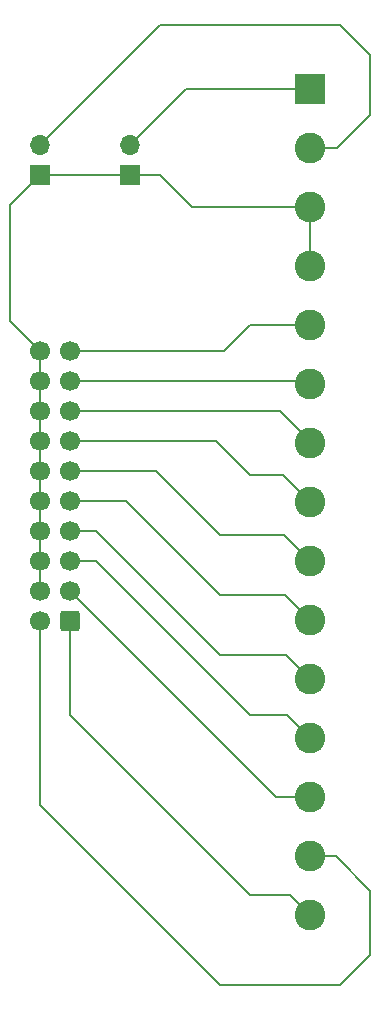
<source format=gbr>
%TF.GenerationSoftware,KiCad,Pcbnew,7.0.2*%
%TF.CreationDate,2023-04-24T21:00:06-04:00*%
%TF.ProjectId,JTAG_Terminal_Block,4a544147-5f54-4657-926d-696e616c5f42,rev?*%
%TF.SameCoordinates,Original*%
%TF.FileFunction,Copper,L1,Top*%
%TF.FilePolarity,Positive*%
%FSLAX46Y46*%
G04 Gerber Fmt 4.6, Leading zero omitted, Abs format (unit mm)*
G04 Created by KiCad (PCBNEW 7.0.2) date 2023-04-24 21:00:06*
%MOMM*%
%LPD*%
G01*
G04 APERTURE LIST*
G04 Aperture macros list*
%AMRoundRect*
0 Rectangle with rounded corners*
0 $1 Rounding radius*
0 $2 $3 $4 $5 $6 $7 $8 $9 X,Y pos of 4 corners*
0 Add a 4 corners polygon primitive as box body*
4,1,4,$2,$3,$4,$5,$6,$7,$8,$9,$2,$3,0*
0 Add four circle primitives for the rounded corners*
1,1,$1+$1,$2,$3*
1,1,$1+$1,$4,$5*
1,1,$1+$1,$6,$7*
1,1,$1+$1,$8,$9*
0 Add four rect primitives between the rounded corners*
20,1,$1+$1,$2,$3,$4,$5,0*
20,1,$1+$1,$4,$5,$6,$7,0*
20,1,$1+$1,$6,$7,$8,$9,0*
20,1,$1+$1,$8,$9,$2,$3,0*%
G04 Aperture macros list end*
%TA.AperFunction,ComponentPad*%
%ADD10R,1.700000X1.700000*%
%TD*%
%TA.AperFunction,ComponentPad*%
%ADD11O,1.700000X1.700000*%
%TD*%
%TA.AperFunction,ComponentPad*%
%ADD12R,2.600000X2.600000*%
%TD*%
%TA.AperFunction,ComponentPad*%
%ADD13C,2.600000*%
%TD*%
%TA.AperFunction,ComponentPad*%
%ADD14C,1.700000*%
%TD*%
%TA.AperFunction,ComponentPad*%
%ADD15RoundRect,0.250000X0.600000X0.600000X-0.600000X0.600000X-0.600000X-0.600000X0.600000X-0.600000X0*%
%TD*%
%TA.AperFunction,Conductor*%
%ADD16C,0.200000*%
%TD*%
G04 APERTURE END LIST*
D10*
%TO.P,JP2,1,A*%
%TO.N,GND*%
X154940000Y-50800000D03*
D11*
%TO.P,JP2,2,B*%
%TO.N,Net-(J2-Pin_1)*%
X154940000Y-48260000D03*
%TD*%
D10*
%TO.P,JP1,1,A*%
%TO.N,GND*%
X147320000Y-50800000D03*
D11*
%TO.P,JP1,2,B*%
%TO.N,Net-(J2-Pin_2)*%
X147320000Y-48260000D03*
%TD*%
D12*
%TO.P,J2,1,Pin_1*%
%TO.N,Net-(J2-Pin_1)*%
X170180000Y-43500000D03*
D13*
%TO.P,J2,2,Pin_2*%
%TO.N,Net-(J2-Pin_2)*%
X170180000Y-48500000D03*
%TO.P,J2,3,Pin_3*%
%TO.N,GND*%
X170180000Y-53500000D03*
%TO.P,J2,4,Pin_4*%
X170180000Y-58500000D03*
%TO.P,J2,5,Pin_5*%
%TO.N,Net-(J1-DBGACK{slash}NC)*%
X170180000Y-63500000D03*
%TO.P,J2,6,Pin_6*%
%TO.N,Net-(J1-DBGRQ{slash}NC)*%
X170180000Y-68500000D03*
%TO.P,J2,7,Pin_7*%
%TO.N,Net-(J1-~{SRST})*%
X170180000Y-73500000D03*
%TO.P,J2,8,Pin_8*%
%TO.N,Net-(J1-TDO{slash}SWO)*%
X170180000Y-78500000D03*
%TO.P,J2,9,Pin_9*%
%TO.N,Net-(J1-RTCK)*%
X170180000Y-83500000D03*
%TO.P,J2,10,Pin_10*%
%TO.N,Net-(J1-TCK{slash}SWDCLK)*%
X170180000Y-88500000D03*
%TO.P,J2,11,Pin_11*%
%TO.N,Net-(J1-TMS{slash}SWDIO)*%
X170180000Y-93500000D03*
%TO.P,J2,12,Pin_12*%
%TO.N,Net-(J1-TDI)*%
X170180000Y-98500000D03*
%TO.P,J2,13,Pin_13*%
%TO.N,Net-(J1-~{TRST})*%
X170180000Y-103500000D03*
%TO.P,J2,14,Pin_14*%
%TO.N,Net-(J1-VCC{slash}NC)*%
X170180000Y-108500000D03*
%TO.P,J2,15,Pin_15*%
%TO.N,Net-(J1-VTREF)*%
X170180000Y-113500000D03*
%TD*%
D14*
%TO.P,J1,20,GND*%
%TO.N,GND*%
X147320000Y-65720000D03*
%TO.P,J1,19,DBGACK/NC*%
%TO.N,Net-(J1-DBGACK{slash}NC)*%
X149860000Y-65720000D03*
%TO.P,J1,18,GND*%
%TO.N,GND*%
X147320000Y-68260000D03*
%TO.P,J1,17,DBGRQ/NC*%
%TO.N,Net-(J1-DBGRQ{slash}NC)*%
X149860000Y-68260000D03*
%TO.P,J1,16,GND*%
%TO.N,GND*%
X147320000Y-70800000D03*
%TO.P,J1,15,~{SRST}*%
%TO.N,Net-(J1-~{SRST})*%
X149860000Y-70800000D03*
%TO.P,J1,14,GND*%
%TO.N,GND*%
X147320000Y-73340000D03*
%TO.P,J1,13,TDO/SWO*%
%TO.N,Net-(J1-TDO{slash}SWO)*%
X149860000Y-73340000D03*
%TO.P,J1,12,GND*%
%TO.N,GND*%
X147320000Y-75880000D03*
%TO.P,J1,11,RTCK*%
%TO.N,Net-(J1-RTCK)*%
X149860000Y-75880000D03*
%TO.P,J1,10,GND*%
%TO.N,GND*%
X147320000Y-78420000D03*
%TO.P,J1,9,TCK/SWDCLK*%
%TO.N,Net-(J1-TCK{slash}SWDCLK)*%
X149860000Y-78420000D03*
%TO.P,J1,8,GND*%
%TO.N,GND*%
X147320000Y-80960000D03*
%TO.P,J1,7,TMS/SWDIO*%
%TO.N,Net-(J1-TMS{slash}SWDIO)*%
X149860000Y-80960000D03*
%TO.P,J1,6,GND*%
%TO.N,GND*%
X147320000Y-83500000D03*
%TO.P,J1,5,TDI*%
%TO.N,Net-(J1-TDI)*%
X149860000Y-83500000D03*
%TO.P,J1,4,GND*%
%TO.N,GND*%
X147320000Y-86040000D03*
%TO.P,J1,3,~{TRST}*%
%TO.N,Net-(J1-~{TRST})*%
X149860000Y-86040000D03*
%TO.P,J1,2,VCC/NC*%
%TO.N,Net-(J1-VCC{slash}NC)*%
X147320000Y-88580000D03*
D15*
%TO.P,J1,1,VTREF*%
%TO.N,Net-(J1-VTREF)*%
X149860000Y-88580000D03*
%TD*%
D16*
%TO.N,Net-(J2-Pin_2)*%
X157480000Y-38100000D02*
X147320000Y-48260000D01*
X172720000Y-38100000D02*
X157480000Y-38100000D01*
X175260000Y-40640000D02*
X172720000Y-38100000D01*
X175260000Y-45720000D02*
X175260000Y-40640000D01*
X170180000Y-48500000D02*
X172480000Y-48500000D01*
X172480000Y-48500000D02*
X175260000Y-45720000D01*
%TO.N,Net-(J2-Pin_1)*%
X159700000Y-43500000D02*
X170180000Y-43500000D01*
X154940000Y-48260000D02*
X159700000Y-43500000D01*
%TO.N,GND*%
X144780000Y-53340000D02*
X147320000Y-50800000D01*
X147320000Y-65720000D02*
X144780000Y-63180000D01*
X144780000Y-63180000D02*
X144780000Y-53340000D01*
X147320000Y-86040000D02*
X147320000Y-65720000D01*
X147320000Y-50800000D02*
X157480000Y-50800000D01*
X157480000Y-50800000D02*
X160180000Y-53500000D01*
X160180000Y-53500000D02*
X170180000Y-53500000D01*
%TO.N,Net-(J1-VCC{slash}NC)*%
X175260000Y-116840000D02*
X172720000Y-119380000D01*
X175260000Y-111400000D02*
X175260000Y-116840000D01*
X162560000Y-119380000D02*
X147320000Y-104140000D01*
X172360000Y-108500000D02*
X175260000Y-111400000D01*
X172720000Y-119380000D02*
X162560000Y-119380000D01*
X147320000Y-104140000D02*
X147320000Y-88580000D01*
X170180000Y-108500000D02*
X172360000Y-108500000D01*
%TO.N,Net-(J1-VTREF)*%
X165100000Y-111760000D02*
X168440000Y-111760000D01*
X149860000Y-96520000D02*
X165100000Y-111760000D01*
X168440000Y-111760000D02*
X170180000Y-113500000D01*
X149860000Y-88580000D02*
X149860000Y-96520000D01*
%TO.N,Net-(J1-TDI)*%
X165100000Y-96520000D02*
X168200000Y-96520000D01*
X168200000Y-96520000D02*
X170180000Y-98500000D01*
X152080000Y-83500000D02*
X165100000Y-96520000D01*
X149860000Y-83500000D02*
X152080000Y-83500000D01*
%TO.N,Net-(J1-~{TRST})*%
X149860000Y-86040000D02*
X167320000Y-103500000D01*
X167320000Y-103500000D02*
X170180000Y-103500000D01*
%TO.N,Net-(J1-TMS{slash}SWDIO)*%
X168120000Y-91440000D02*
X170180000Y-93500000D01*
X152080000Y-80960000D02*
X162560000Y-91440000D01*
X162560000Y-91440000D02*
X168120000Y-91440000D01*
X149860000Y-80960000D02*
X152080000Y-80960000D01*
%TO.N,Net-(J1-TCK{slash}SWDCLK)*%
X168040000Y-86360000D02*
X170180000Y-88500000D01*
X162560000Y-86360000D02*
X168040000Y-86360000D01*
X154620000Y-78420000D02*
X162560000Y-86360000D01*
X149860000Y-78420000D02*
X154620000Y-78420000D01*
%TO.N,Net-(J1-RTCK)*%
X162560000Y-81280000D02*
X167960000Y-81280000D01*
X157160000Y-75880000D02*
X162560000Y-81280000D01*
X149860000Y-75880000D02*
X157160000Y-75880000D01*
X167960000Y-81280000D02*
X170180000Y-83500000D01*
%TO.N,Net-(J1-TDO{slash}SWO)*%
X167880000Y-76200000D02*
X170180000Y-78500000D01*
X165100000Y-76200000D02*
X167880000Y-76200000D01*
X162240000Y-73340000D02*
X165100000Y-76200000D01*
X149860000Y-73340000D02*
X162240000Y-73340000D01*
%TO.N,Net-(J1-~{SRST})*%
X170180000Y-73340000D02*
X170180000Y-73500000D01*
X167640000Y-70800000D02*
X170180000Y-73340000D01*
X149860000Y-70800000D02*
X167640000Y-70800000D01*
%TO.N,Net-(J1-DBGRQ{slash}NC)*%
X169940000Y-68260000D02*
X170180000Y-68500000D01*
X149860000Y-68260000D02*
X169940000Y-68260000D01*
%TO.N,Net-(J1-DBGACK{slash}NC)*%
X165100000Y-63500000D02*
X170180000Y-63500000D01*
X162880000Y-65720000D02*
X165100000Y-63500000D01*
X149860000Y-65720000D02*
X162880000Y-65720000D01*
%TO.N,GND*%
X170180000Y-58500000D02*
X170180000Y-53500000D01*
%TD*%
M02*

</source>
